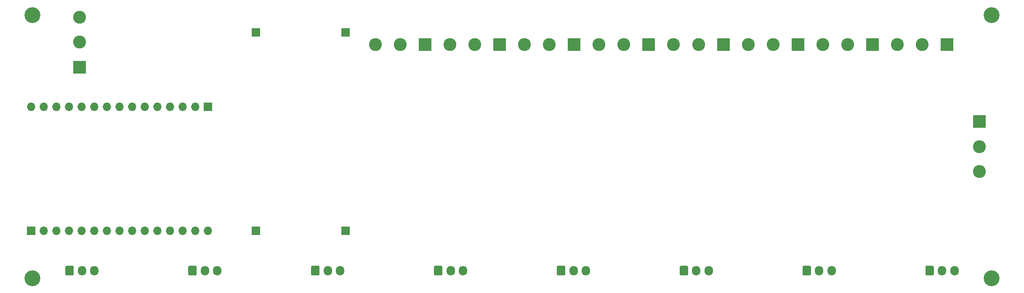
<source format=gbr>
%TF.GenerationSoftware,KiCad,Pcbnew,(5.1.12)-1*%
%TF.CreationDate,2021-12-19T17:26:02-05:00*%
%TF.ProjectId,FlipDisplay-Main,466c6970-4469-4737-906c-61792d4d6169,rev?*%
%TF.SameCoordinates,Original*%
%TF.FileFunction,Soldermask,Bot*%
%TF.FilePolarity,Negative*%
%FSLAX46Y46*%
G04 Gerber Fmt 4.6, Leading zero omitted, Abs format (unit mm)*
G04 Created by KiCad (PCBNEW (5.1.12)-1) date 2021-12-19 17:26:02*
%MOMM*%
%LPD*%
G01*
G04 APERTURE LIST*
%ADD10C,2.600000*%
%ADD11R,2.600000X2.600000*%
%ADD12C,3.200000*%
%ADD13O,1.700000X1.950000*%
%ADD14R,1.700000X1.700000*%
%ADD15O,1.700000X1.700000*%
G04 APERTURE END LIST*
D10*
%TO.C,J13*%
X242500000Y-89500000D03*
X247500000Y-89500000D03*
D11*
X252500000Y-89500000D03*
%TD*%
D12*
%TO.C,4*%
X68500000Y-83500000D03*
%TD*%
%TO.C,4*%
X68500000Y-136500000D03*
%TD*%
%TO.C,4*%
X261500000Y-83500000D03*
%TD*%
%TO.C,4*%
X261500000Y-136500000D03*
%TD*%
D10*
%TO.C,J24*%
X78000000Y-84000000D03*
X78000000Y-89000000D03*
D11*
X78000000Y-94000000D03*
%TD*%
D10*
%TO.C,J15*%
X259000000Y-115000000D03*
X259000000Y-110000000D03*
D11*
X259000000Y-105000000D03*
%TD*%
D10*
%TO.C,J12*%
X227500000Y-89500000D03*
X232500000Y-89500000D03*
D11*
X237500000Y-89500000D03*
%TD*%
D10*
%TO.C,J10*%
X212500000Y-89500000D03*
X217500000Y-89500000D03*
D11*
X222500000Y-89500000D03*
%TD*%
D10*
%TO.C,J9*%
X197500000Y-89500000D03*
X202500000Y-89500000D03*
D11*
X207500000Y-89500000D03*
%TD*%
D10*
%TO.C,J6*%
X182500000Y-89500000D03*
X187500000Y-89500000D03*
D11*
X192500000Y-89500000D03*
%TD*%
D10*
%TO.C,J5*%
X167500000Y-89500000D03*
X172500000Y-89500000D03*
D11*
X177500000Y-89500000D03*
%TD*%
D10*
%TO.C,J4*%
X152500000Y-89500000D03*
X157500000Y-89500000D03*
D11*
X162500000Y-89500000D03*
%TD*%
D10*
%TO.C,J1*%
X137500000Y-89500000D03*
X142500000Y-89500000D03*
D11*
X147500000Y-89500000D03*
%TD*%
D13*
%TO.C,J23*%
X254000000Y-135000000D03*
X251500000Y-135000000D03*
G36*
G01*
X248150000Y-135725000D02*
X248150000Y-134275000D01*
G75*
G02*
X248400000Y-134025000I250000J0D01*
G01*
X249600000Y-134025000D01*
G75*
G02*
X249850000Y-134275000I0J-250000D01*
G01*
X249850000Y-135725000D01*
G75*
G02*
X249600000Y-135975000I-250000J0D01*
G01*
X248400000Y-135975000D01*
G75*
G02*
X248150000Y-135725000I0J250000D01*
G01*
G37*
%TD*%
%TO.C,J22*%
X81000000Y-135000000D03*
X78500000Y-135000000D03*
G36*
G01*
X75150000Y-135725000D02*
X75150000Y-134275000D01*
G75*
G02*
X75400000Y-134025000I250000J0D01*
G01*
X76600000Y-134025000D01*
G75*
G02*
X76850000Y-134275000I0J-250000D01*
G01*
X76850000Y-135725000D01*
G75*
G02*
X76600000Y-135975000I-250000J0D01*
G01*
X75400000Y-135975000D01*
G75*
G02*
X75150000Y-135725000I0J250000D01*
G01*
G37*
%TD*%
%TO.C,J21*%
X229285710Y-135000000D03*
X226785710Y-135000000D03*
G36*
G01*
X223435710Y-135725000D02*
X223435710Y-134275000D01*
G75*
G02*
X223685710Y-134025000I250000J0D01*
G01*
X224885710Y-134025000D01*
G75*
G02*
X225135710Y-134275000I0J-250000D01*
G01*
X225135710Y-135725000D01*
G75*
G02*
X224885710Y-135975000I-250000J0D01*
G01*
X223685710Y-135975000D01*
G75*
G02*
X223435710Y-135725000I0J250000D01*
G01*
G37*
%TD*%
D14*
%TO.C,J20*%
X113500000Y-127000000D03*
%TD*%
%TO.C,J19*%
X131500000Y-87000000D03*
%TD*%
%TO.C,J18*%
X113500000Y-87000000D03*
%TD*%
%TO.C,J17*%
X131500000Y-127000000D03*
%TD*%
D13*
%TO.C,J16*%
X204571425Y-135000000D03*
X202071425Y-135000000D03*
G36*
G01*
X198721425Y-135725000D02*
X198721425Y-134275000D01*
G75*
G02*
X198971425Y-134025000I250000J0D01*
G01*
X200171425Y-134025000D01*
G75*
G02*
X200421425Y-134275000I0J-250000D01*
G01*
X200421425Y-135725000D01*
G75*
G02*
X200171425Y-135975000I-250000J0D01*
G01*
X198971425Y-135975000D01*
G75*
G02*
X198721425Y-135725000I0J250000D01*
G01*
G37*
%TD*%
%TO.C,J14*%
X179857140Y-135000000D03*
X177357140Y-135000000D03*
G36*
G01*
X174007140Y-135725000D02*
X174007140Y-134275000D01*
G75*
G02*
X174257140Y-134025000I250000J0D01*
G01*
X175457140Y-134025000D01*
G75*
G02*
X175707140Y-134275000I0J-250000D01*
G01*
X175707140Y-135725000D01*
G75*
G02*
X175457140Y-135975000I-250000J0D01*
G01*
X174257140Y-135975000D01*
G75*
G02*
X174007140Y-135725000I0J250000D01*
G01*
G37*
%TD*%
%TO.C,J11*%
X155142855Y-135000000D03*
X152642855Y-135000000D03*
G36*
G01*
X149292855Y-135725000D02*
X149292855Y-134275000D01*
G75*
G02*
X149542855Y-134025000I250000J0D01*
G01*
X150742855Y-134025000D01*
G75*
G02*
X150992855Y-134275000I0J-250000D01*
G01*
X150992855Y-135725000D01*
G75*
G02*
X150742855Y-135975000I-250000J0D01*
G01*
X149542855Y-135975000D01*
G75*
G02*
X149292855Y-135725000I0J250000D01*
G01*
G37*
%TD*%
D15*
%TO.C,J8*%
X103840000Y-127000000D03*
X101300000Y-127000000D03*
X98760000Y-127000000D03*
X96220000Y-127000000D03*
X93680000Y-127000000D03*
X91140000Y-127000000D03*
X88600000Y-127000000D03*
X86060000Y-127000000D03*
X83520000Y-127000000D03*
X80980000Y-127000000D03*
X78440000Y-127000000D03*
X75900000Y-127000000D03*
X73360000Y-127000000D03*
X70820000Y-127000000D03*
D14*
X68280000Y-127000000D03*
%TD*%
D13*
%TO.C,J7*%
X130428570Y-135000000D03*
X127928570Y-135000000D03*
G36*
G01*
X124578570Y-135725000D02*
X124578570Y-134275000D01*
G75*
G02*
X124828570Y-134025000I250000J0D01*
G01*
X126028570Y-134025000D01*
G75*
G02*
X126278570Y-134275000I0J-250000D01*
G01*
X126278570Y-135725000D01*
G75*
G02*
X126028570Y-135975000I-250000J0D01*
G01*
X124828570Y-135975000D01*
G75*
G02*
X124578570Y-135725000I0J250000D01*
G01*
G37*
%TD*%
%TO.C,J3*%
X105714285Y-135000000D03*
X103214285Y-135000000D03*
G36*
G01*
X99864285Y-135725000D02*
X99864285Y-134275000D01*
G75*
G02*
X100114285Y-134025000I250000J0D01*
G01*
X101314285Y-134025000D01*
G75*
G02*
X101564285Y-134275000I0J-250000D01*
G01*
X101564285Y-135725000D01*
G75*
G02*
X101314285Y-135975000I-250000J0D01*
G01*
X100114285Y-135975000D01*
G75*
G02*
X99864285Y-135725000I0J250000D01*
G01*
G37*
%TD*%
D15*
%TO.C,J2*%
X68270000Y-102000000D03*
X70810000Y-102000000D03*
X73350000Y-102000000D03*
X75890000Y-102000000D03*
X78430000Y-102000000D03*
X80970000Y-102000000D03*
X83510000Y-102000000D03*
X86050000Y-102000000D03*
X88590000Y-102000000D03*
X91130000Y-102000000D03*
X93670000Y-102000000D03*
X96210000Y-102000000D03*
X98750000Y-102000000D03*
X101290000Y-102000000D03*
D14*
X103830000Y-102000000D03*
%TD*%
M02*

</source>
